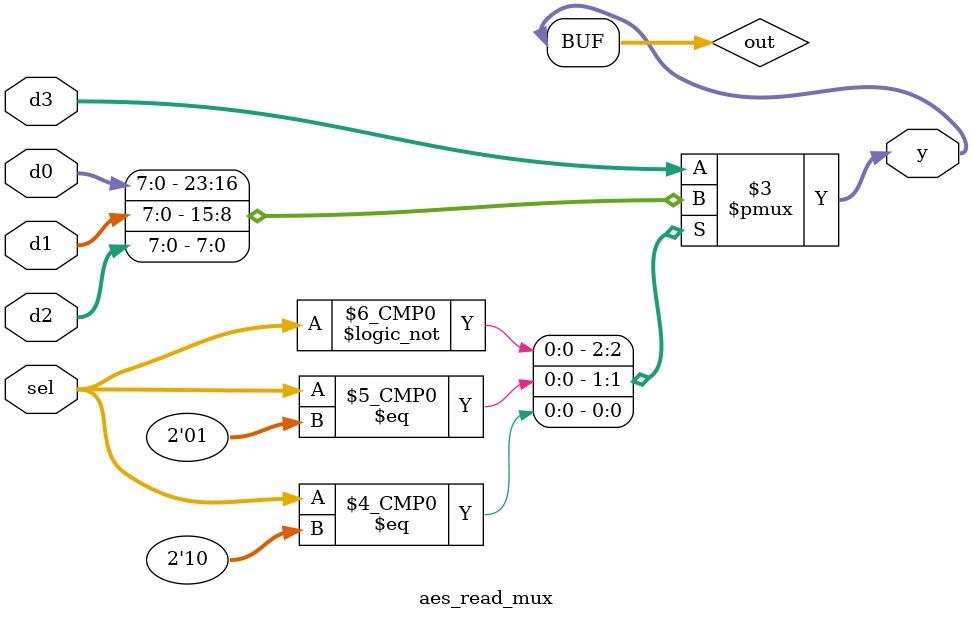
<source format=sv>

module aes_read_mux(input  [1:0] sel,
                    input  [7:0] d0, d1, d2, d3,
                    output [7:0] y);

  logic [7:0] out;

  // implement a 4-to-1 mux on 8-bit buses
  always_comb case (sel)
    2'b00:   out <= d0;
    2'b01:   out <= d1;
    2'b10:   out <= d2;
    default: out <= d3;
  endcase

  assign y = out;

endmodule


</source>
